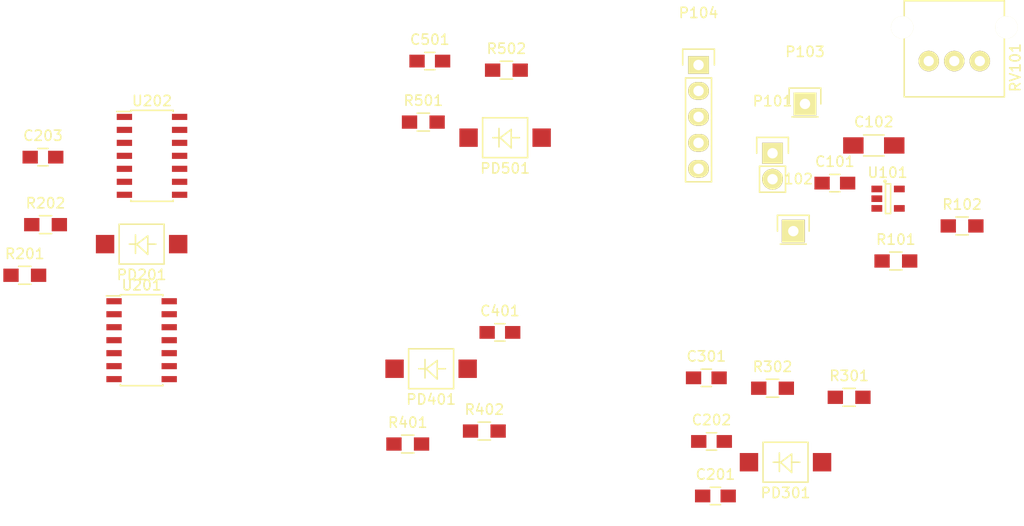
<source format=kicad_pcb>
(kicad_pcb (version 4) (host pcbnew 4.0.2-stable)

  (general
    (links 70)
    (no_connects 70)
    (area 0 0 0 0)
    (thickness 1.6)
    (drawings 0)
    (tracks 0)
    (zones 0)
    (modules 30)
    (nets 20)
  )

  (page A4)
  (layers
    (0 F.Cu signal)
    (31 B.Cu signal)
    (32 B.Adhes user)
    (33 F.Adhes user)
    (34 B.Paste user)
    (35 F.Paste user)
    (36 B.SilkS user)
    (37 F.SilkS user)
    (38 B.Mask user)
    (39 F.Mask user)
    (40 Dwgs.User user)
    (41 Cmts.User user)
    (42 Eco1.User user)
    (43 Eco2.User user)
    (44 Edge.Cuts user)
    (45 Margin user)
    (46 B.CrtYd user)
    (47 F.CrtYd user)
    (48 B.Fab user)
    (49 F.Fab user)
  )

  (setup
    (last_trace_width 0.25)
    (trace_clearance 0.2)
    (zone_clearance 0.508)
    (zone_45_only no)
    (trace_min 0.2)
    (segment_width 0.2)
    (edge_width 0.15)
    (via_size 0.6)
    (via_drill 0.4)
    (via_min_size 0.4)
    (via_min_drill 0.3)
    (uvia_size 0.3)
    (uvia_drill 0.1)
    (uvias_allowed no)
    (uvia_min_size 0.2)
    (uvia_min_drill 0.1)
    (pcb_text_width 0.3)
    (pcb_text_size 1.5 1.5)
    (mod_edge_width 0.15)
    (mod_text_size 1 1)
    (mod_text_width 0.15)
    (pad_size 1.524 1.524)
    (pad_drill 0.762)
    (pad_to_mask_clearance 0.2)
    (aux_axis_origin 0 0)
    (visible_elements FFFFF77F)
    (pcbplotparams
      (layerselection 0x00030_80000001)
      (usegerberextensions false)
      (excludeedgelayer true)
      (linewidth 0.100000)
      (plotframeref false)
      (viasonmask false)
      (mode 1)
      (useauxorigin false)
      (hpglpennumber 1)
      (hpglpenspeed 20)
      (hpglpendiameter 15)
      (hpglpenoverlay 2)
      (psnegative false)
      (psa4output false)
      (plotreference true)
      (plotvalue true)
      (plotinvisibletext false)
      (padsonsilk false)
      (subtractmaskfromsilk false)
      (outputformat 1)
      (mirror false)
      (drillshape 1)
      (scaleselection 1)
      (outputdirectory ""))
  )

  (net 0 "")
  (net 1 "Net-(C101-Pad1)")
  (net 2 GND)
  (net 3 +3V)
  (net 4 "Net-(C202-Pad1)")
  (net 5 "Net-(C202-Pad2)")
  (net 6 "Net-(C301-Pad1)")
  (net 7 "Net-(C301-Pad2)")
  (net 8 "Net-(C401-Pad1)")
  (net 9 "Net-(C401-Pad2)")
  (net 10 "Net-(C501-Pad1)")
  (net 11 "Net-(C501-Pad2)")
  (net 12 /Channel1Photodetect/PD1)
  (net 13 /Channel2Photodetect/PD2)
  (net 14 /Channel3Photodetect/PD3)
  (net 15 /Channel4Photodetect/PD4)
  (net 16 "Net-(R101-Pad1)")
  (net 17 "Net-(R102-Pad1)")
  (net 18 /Channel1Photodetect/REF_V)
  (net 19 "Net-(U101-Pad4)")

  (net_class Default "This is the default net class."
    (clearance 0.2)
    (trace_width 0.25)
    (via_dia 0.6)
    (via_drill 0.4)
    (uvia_dia 0.3)
    (uvia_drill 0.1)
    (add_net +3V)
    (add_net /Channel1Photodetect/PD1)
    (add_net /Channel1Photodetect/REF_V)
    (add_net /Channel2Photodetect/PD2)
    (add_net /Channel3Photodetect/PD3)
    (add_net /Channel4Photodetect/PD4)
    (add_net GND)
    (add_net "Net-(C101-Pad1)")
    (add_net "Net-(C202-Pad1)")
    (add_net "Net-(C202-Pad2)")
    (add_net "Net-(C301-Pad1)")
    (add_net "Net-(C301-Pad2)")
    (add_net "Net-(C401-Pad1)")
    (add_net "Net-(C401-Pad2)")
    (add_net "Net-(C501-Pad1)")
    (add_net "Net-(C501-Pad2)")
    (add_net "Net-(R101-Pad1)")
    (add_net "Net-(R102-Pad1)")
    (add_net "Net-(U101-Pad4)")
  )

  (module Capacitors_SMD:C_0805_HandSoldering (layer F.Cu) (tedit 541A9B8D) (tstamp 5824753C)
    (at 177.038 85.471)
    (descr "Capacitor SMD 0805, hand soldering")
    (tags "capacitor 0805")
    (path /58236A11)
    (attr smd)
    (fp_text reference C101 (at 0 -2.1) (layer F.SilkS)
      (effects (font (size 1 1) (thickness 0.15)))
    )
    (fp_text value 1u (at 0 2.1) (layer F.Fab)
      (effects (font (size 1 1) (thickness 0.15)))
    )
    (fp_line (start -2.3 -1) (end 2.3 -1) (layer F.CrtYd) (width 0.05))
    (fp_line (start -2.3 1) (end 2.3 1) (layer F.CrtYd) (width 0.05))
    (fp_line (start -2.3 -1) (end -2.3 1) (layer F.CrtYd) (width 0.05))
    (fp_line (start 2.3 -1) (end 2.3 1) (layer F.CrtYd) (width 0.05))
    (fp_line (start 0.5 -0.85) (end -0.5 -0.85) (layer F.SilkS) (width 0.15))
    (fp_line (start -0.5 0.85) (end 0.5 0.85) (layer F.SilkS) (width 0.15))
    (pad 1 smd rect (at -1.25 0) (size 1.5 1.25) (layers F.Cu F.Paste F.Mask)
      (net 1 "Net-(C101-Pad1)"))
    (pad 2 smd rect (at 1.25 0) (size 1.5 1.25) (layers F.Cu F.Paste F.Mask)
      (net 2 GND))
    (model Capacitors_SMD.3dshapes/C_0805_HandSoldering.wrl
      (at (xyz 0 0 0))
      (scale (xyz 1 1 1))
      (rotate (xyz 0 0 0))
    )
  )

  (module Capacitors_SMD:C_1206_HandSoldering (layer F.Cu) (tedit 541A9C03) (tstamp 58247542)
    (at 180.848 81.788)
    (descr "Capacitor SMD 1206, hand soldering")
    (tags "capacitor 1206")
    (path /58236A51)
    (attr smd)
    (fp_text reference C102 (at 0 -2.3) (layer F.SilkS)
      (effects (font (size 1 1) (thickness 0.15)))
    )
    (fp_text value 2.2u (at 0 2.3) (layer F.Fab)
      (effects (font (size 1 1) (thickness 0.15)))
    )
    (fp_line (start -3.3 -1.15) (end 3.3 -1.15) (layer F.CrtYd) (width 0.05))
    (fp_line (start -3.3 1.15) (end 3.3 1.15) (layer F.CrtYd) (width 0.05))
    (fp_line (start -3.3 -1.15) (end -3.3 1.15) (layer F.CrtYd) (width 0.05))
    (fp_line (start 3.3 -1.15) (end 3.3 1.15) (layer F.CrtYd) (width 0.05))
    (fp_line (start 1 -1.025) (end -1 -1.025) (layer F.SilkS) (width 0.15))
    (fp_line (start -1 1.025) (end 1 1.025) (layer F.SilkS) (width 0.15))
    (pad 1 smd rect (at -2 0) (size 2 1.6) (layers F.Cu F.Paste F.Mask)
      (net 3 +3V))
    (pad 2 smd rect (at 2 0) (size 2 1.6) (layers F.Cu F.Paste F.Mask)
      (net 2 GND))
    (model Capacitors_SMD.3dshapes/C_1206_HandSoldering.wrl
      (at (xyz 0 0 0))
      (scale (xyz 1 1 1))
      (rotate (xyz 0 0 0))
    )
  )

  (module Capacitors_SMD:C_0805_HandSoldering (layer F.Cu) (tedit 541A9B8D) (tstamp 58247548)
    (at 165.354 116.078)
    (descr "Capacitor SMD 0805, hand soldering")
    (tags "capacitor 0805")
    (path /58227286/58228BD1)
    (attr smd)
    (fp_text reference C201 (at 0 -2.1) (layer F.SilkS)
      (effects (font (size 1 1) (thickness 0.15)))
    )
    (fp_text value 0.1u (at 0 2.1) (layer F.Fab)
      (effects (font (size 1 1) (thickness 0.15)))
    )
    (fp_line (start -2.3 -1) (end 2.3 -1) (layer F.CrtYd) (width 0.05))
    (fp_line (start -2.3 1) (end 2.3 1) (layer F.CrtYd) (width 0.05))
    (fp_line (start -2.3 -1) (end -2.3 1) (layer F.CrtYd) (width 0.05))
    (fp_line (start 2.3 -1) (end 2.3 1) (layer F.CrtYd) (width 0.05))
    (fp_line (start 0.5 -0.85) (end -0.5 -0.85) (layer F.SilkS) (width 0.15))
    (fp_line (start -0.5 0.85) (end 0.5 0.85) (layer F.SilkS) (width 0.15))
    (pad 1 smd rect (at -1.25 0) (size 1.5 1.25) (layers F.Cu F.Paste F.Mask)
      (net 3 +3V))
    (pad 2 smd rect (at 1.25 0) (size 1.5 1.25) (layers F.Cu F.Paste F.Mask)
      (net 2 GND))
    (model Capacitors_SMD.3dshapes/C_0805_HandSoldering.wrl
      (at (xyz 0 0 0))
      (scale (xyz 1 1 1))
      (rotate (xyz 0 0 0))
    )
  )

  (module Capacitors_SMD:C_0805_HandSoldering (layer F.Cu) (tedit 541A9B8D) (tstamp 5824754E)
    (at 164.973 110.744)
    (descr "Capacitor SMD 0805, hand soldering")
    (tags "capacitor 0805")
    (path /58227286/58228B83)
    (attr smd)
    (fp_text reference C202 (at 0 -2.1) (layer F.SilkS)
      (effects (font (size 1 1) (thickness 0.15)))
    )
    (fp_text value 50p (at 0 2.1) (layer F.Fab)
      (effects (font (size 1 1) (thickness 0.15)))
    )
    (fp_line (start -2.3 -1) (end 2.3 -1) (layer F.CrtYd) (width 0.05))
    (fp_line (start -2.3 1) (end 2.3 1) (layer F.CrtYd) (width 0.05))
    (fp_line (start -2.3 -1) (end -2.3 1) (layer F.CrtYd) (width 0.05))
    (fp_line (start 2.3 -1) (end 2.3 1) (layer F.CrtYd) (width 0.05))
    (fp_line (start 0.5 -0.85) (end -0.5 -0.85) (layer F.SilkS) (width 0.15))
    (fp_line (start -0.5 0.85) (end 0.5 0.85) (layer F.SilkS) (width 0.15))
    (pad 1 smd rect (at -1.25 0) (size 1.5 1.25) (layers F.Cu F.Paste F.Mask)
      (net 4 "Net-(C202-Pad1)"))
    (pad 2 smd rect (at 1.25 0) (size 1.5 1.25) (layers F.Cu F.Paste F.Mask)
      (net 5 "Net-(C202-Pad2)"))
    (model Capacitors_SMD.3dshapes/C_0805_HandSoldering.wrl
      (at (xyz 0 0 0))
      (scale (xyz 1 1 1))
      (rotate (xyz 0 0 0))
    )
  )

  (module Capacitors_SMD:C_0805_HandSoldering (layer F.Cu) (tedit 541A9B8D) (tstamp 58247554)
    (at 99.568 82.931)
    (descr "Capacitor SMD 0805, hand soldering")
    (tags "capacitor 0805")
    (path /58227286/58228BFE)
    (attr smd)
    (fp_text reference C203 (at 0 -2.1) (layer F.SilkS)
      (effects (font (size 1 1) (thickness 0.15)))
    )
    (fp_text value 0.1u (at 0 2.1) (layer F.Fab)
      (effects (font (size 1 1) (thickness 0.15)))
    )
    (fp_line (start -2.3 -1) (end 2.3 -1) (layer F.CrtYd) (width 0.05))
    (fp_line (start -2.3 1) (end 2.3 1) (layer F.CrtYd) (width 0.05))
    (fp_line (start -2.3 -1) (end -2.3 1) (layer F.CrtYd) (width 0.05))
    (fp_line (start 2.3 -1) (end 2.3 1) (layer F.CrtYd) (width 0.05))
    (fp_line (start 0.5 -0.85) (end -0.5 -0.85) (layer F.SilkS) (width 0.15))
    (fp_line (start -0.5 0.85) (end 0.5 0.85) (layer F.SilkS) (width 0.15))
    (pad 1 smd rect (at -1.25 0) (size 1.5 1.25) (layers F.Cu F.Paste F.Mask)
      (net 3 +3V))
    (pad 2 smd rect (at 1.25 0) (size 1.5 1.25) (layers F.Cu F.Paste F.Mask)
      (net 2 GND))
    (model Capacitors_SMD.3dshapes/C_0805_HandSoldering.wrl
      (at (xyz 0 0 0))
      (scale (xyz 1 1 1))
      (rotate (xyz 0 0 0))
    )
  )

  (module Capacitors_SMD:C_0805_HandSoldering (layer F.Cu) (tedit 541A9B8D) (tstamp 5824755A)
    (at 164.465 104.521)
    (descr "Capacitor SMD 0805, hand soldering")
    (tags "capacitor 0805")
    (path /58227693/5822912A)
    (attr smd)
    (fp_text reference C301 (at 0 -2.1) (layer F.SilkS)
      (effects (font (size 1 1) (thickness 0.15)))
    )
    (fp_text value 50p (at 0 2.1) (layer F.Fab)
      (effects (font (size 1 1) (thickness 0.15)))
    )
    (fp_line (start -2.3 -1) (end 2.3 -1) (layer F.CrtYd) (width 0.05))
    (fp_line (start -2.3 1) (end 2.3 1) (layer F.CrtYd) (width 0.05))
    (fp_line (start -2.3 -1) (end -2.3 1) (layer F.CrtYd) (width 0.05))
    (fp_line (start 2.3 -1) (end 2.3 1) (layer F.CrtYd) (width 0.05))
    (fp_line (start 0.5 -0.85) (end -0.5 -0.85) (layer F.SilkS) (width 0.15))
    (fp_line (start -0.5 0.85) (end 0.5 0.85) (layer F.SilkS) (width 0.15))
    (pad 1 smd rect (at -1.25 0) (size 1.5 1.25) (layers F.Cu F.Paste F.Mask)
      (net 6 "Net-(C301-Pad1)"))
    (pad 2 smd rect (at 1.25 0) (size 1.5 1.25) (layers F.Cu F.Paste F.Mask)
      (net 7 "Net-(C301-Pad2)"))
    (model Capacitors_SMD.3dshapes/C_0805_HandSoldering.wrl
      (at (xyz 0 0 0))
      (scale (xyz 1 1 1))
      (rotate (xyz 0 0 0))
    )
  )

  (module Capacitors_SMD:C_0805_HandSoldering (layer F.Cu) (tedit 541A9B8D) (tstamp 58247560)
    (at 144.272 100.076)
    (descr "Capacitor SMD 0805, hand soldering")
    (tags "capacitor 0805")
    (path /582276D4/5822946B)
    (attr smd)
    (fp_text reference C401 (at 0 -2.1) (layer F.SilkS)
      (effects (font (size 1 1) (thickness 0.15)))
    )
    (fp_text value 50p (at 0 2.1) (layer F.Fab)
      (effects (font (size 1 1) (thickness 0.15)))
    )
    (fp_line (start -2.3 -1) (end 2.3 -1) (layer F.CrtYd) (width 0.05))
    (fp_line (start -2.3 1) (end 2.3 1) (layer F.CrtYd) (width 0.05))
    (fp_line (start -2.3 -1) (end -2.3 1) (layer F.CrtYd) (width 0.05))
    (fp_line (start 2.3 -1) (end 2.3 1) (layer F.CrtYd) (width 0.05))
    (fp_line (start 0.5 -0.85) (end -0.5 -0.85) (layer F.SilkS) (width 0.15))
    (fp_line (start -0.5 0.85) (end 0.5 0.85) (layer F.SilkS) (width 0.15))
    (pad 1 smd rect (at -1.25 0) (size 1.5 1.25) (layers F.Cu F.Paste F.Mask)
      (net 8 "Net-(C401-Pad1)"))
    (pad 2 smd rect (at 1.25 0) (size 1.5 1.25) (layers F.Cu F.Paste F.Mask)
      (net 9 "Net-(C401-Pad2)"))
    (model Capacitors_SMD.3dshapes/C_0805_HandSoldering.wrl
      (at (xyz 0 0 0))
      (scale (xyz 1 1 1))
      (rotate (xyz 0 0 0))
    )
  )

  (module Capacitors_SMD:C_0805_HandSoldering (layer F.Cu) (tedit 541A9B8D) (tstamp 58247566)
    (at 137.414 73.533)
    (descr "Capacitor SMD 0805, hand soldering")
    (tags "capacitor 0805")
    (path /582276E3/58229698)
    (attr smd)
    (fp_text reference C501 (at 0 -2.1) (layer F.SilkS)
      (effects (font (size 1 1) (thickness 0.15)))
    )
    (fp_text value 50p (at 0 2.1) (layer F.Fab)
      (effects (font (size 1 1) (thickness 0.15)))
    )
    (fp_line (start -2.3 -1) (end 2.3 -1) (layer F.CrtYd) (width 0.05))
    (fp_line (start -2.3 1) (end 2.3 1) (layer F.CrtYd) (width 0.05))
    (fp_line (start -2.3 -1) (end -2.3 1) (layer F.CrtYd) (width 0.05))
    (fp_line (start 2.3 -1) (end 2.3 1) (layer F.CrtYd) (width 0.05))
    (fp_line (start 0.5 -0.85) (end -0.5 -0.85) (layer F.SilkS) (width 0.15))
    (fp_line (start -0.5 0.85) (end 0.5 0.85) (layer F.SilkS) (width 0.15))
    (pad 1 smd rect (at -1.25 0) (size 1.5 1.25) (layers F.Cu F.Paste F.Mask)
      (net 10 "Net-(C501-Pad1)"))
    (pad 2 smd rect (at 1.25 0) (size 1.5 1.25) (layers F.Cu F.Paste F.Mask)
      (net 11 "Net-(C501-Pad2)"))
    (model Capacitors_SMD.3dshapes/C_0805_HandSoldering.wrl
      (at (xyz 0 0 0))
      (scale (xyz 1 1 1))
      (rotate (xyz 0 0 0))
    )
  )

  (module Pin_Headers:Pin_Header_Straight_1x02 (layer F.Cu) (tedit 54EA090C) (tstamp 5824756C)
    (at 170.942 82.55)
    (descr "Through hole pin header")
    (tags "pin header")
    (path /582370EA)
    (fp_text reference P101 (at 0 -5.1) (layer F.SilkS)
      (effects (font (size 1 1) (thickness 0.15)))
    )
    (fp_text value CONN_01X02 (at 0 -3.1) (layer F.Fab)
      (effects (font (size 1 1) (thickness 0.15)))
    )
    (fp_line (start 1.27 1.27) (end 1.27 3.81) (layer F.SilkS) (width 0.15))
    (fp_line (start 1.55 -1.55) (end 1.55 0) (layer F.SilkS) (width 0.15))
    (fp_line (start -1.75 -1.75) (end -1.75 4.3) (layer F.CrtYd) (width 0.05))
    (fp_line (start 1.75 -1.75) (end 1.75 4.3) (layer F.CrtYd) (width 0.05))
    (fp_line (start -1.75 -1.75) (end 1.75 -1.75) (layer F.CrtYd) (width 0.05))
    (fp_line (start -1.75 4.3) (end 1.75 4.3) (layer F.CrtYd) (width 0.05))
    (fp_line (start 1.27 1.27) (end -1.27 1.27) (layer F.SilkS) (width 0.15))
    (fp_line (start -1.55 0) (end -1.55 -1.55) (layer F.SilkS) (width 0.15))
    (fp_line (start -1.55 -1.55) (end 1.55 -1.55) (layer F.SilkS) (width 0.15))
    (fp_line (start -1.27 1.27) (end -1.27 3.81) (layer F.SilkS) (width 0.15))
    (fp_line (start -1.27 3.81) (end 1.27 3.81) (layer F.SilkS) (width 0.15))
    (pad 1 thru_hole rect (at 0 0) (size 2.032 2.032) (drill 1.016) (layers *.Cu *.Mask F.SilkS)
      (net 2 GND))
    (pad 2 thru_hole oval (at 0 2.54) (size 2.032 2.032) (drill 1.016) (layers *.Cu *.Mask F.SilkS)
      (net 1 "Net-(C101-Pad1)"))
    (model Pin_Headers.3dshapes/Pin_Header_Straight_1x02.wrl
      (at (xyz 0 -0.05 0))
      (scale (xyz 1 1 1))
      (rotate (xyz 0 0 90))
    )
  )

  (module Pin_Headers:Pin_Header_Straight_1x01 (layer F.Cu) (tedit 54EA08DC) (tstamp 58247571)
    (at 172.974 90.17)
    (descr "Through hole pin header")
    (tags "pin header")
    (path /58237082)
    (fp_text reference P102 (at 0 -5.1) (layer F.SilkS)
      (effects (font (size 1 1) (thickness 0.15)))
    )
    (fp_text value CONN_01X01 (at 0 -3.1) (layer F.Fab)
      (effects (font (size 1 1) (thickness 0.15)))
    )
    (fp_line (start 1.55 -1.55) (end 1.55 0) (layer F.SilkS) (width 0.15))
    (fp_line (start -1.75 -1.75) (end -1.75 1.75) (layer F.CrtYd) (width 0.05))
    (fp_line (start 1.75 -1.75) (end 1.75 1.75) (layer F.CrtYd) (width 0.05))
    (fp_line (start -1.75 -1.75) (end 1.75 -1.75) (layer F.CrtYd) (width 0.05))
    (fp_line (start -1.75 1.75) (end 1.75 1.75) (layer F.CrtYd) (width 0.05))
    (fp_line (start -1.55 0) (end -1.55 -1.55) (layer F.SilkS) (width 0.15))
    (fp_line (start -1.55 -1.55) (end 1.55 -1.55) (layer F.SilkS) (width 0.15))
    (fp_line (start -1.27 1.27) (end 1.27 1.27) (layer F.SilkS) (width 0.15))
    (pad 1 thru_hole rect (at 0 0) (size 2.2352 2.2352) (drill 1.016) (layers *.Cu *.Mask F.SilkS)
      (net 3 +3V))
    (model Pin_Headers.3dshapes/Pin_Header_Straight_1x01.wrl
      (at (xyz 0 0 0))
      (scale (xyz 1 1 1))
      (rotate (xyz 0 0 90))
    )
  )

  (module Pin_Headers:Pin_Header_Straight_1x01 (layer F.Cu) (tedit 54EA08DC) (tstamp 58247576)
    (at 174.117 77.724)
    (descr "Through hole pin header")
    (tags "pin header")
    (path /58237025)
    (fp_text reference P103 (at 0 -5.1) (layer F.SilkS)
      (effects (font (size 1 1) (thickness 0.15)))
    )
    (fp_text value CONN_01X01 (at 0 -3.1) (layer F.Fab)
      (effects (font (size 1 1) (thickness 0.15)))
    )
    (fp_line (start 1.55 -1.55) (end 1.55 0) (layer F.SilkS) (width 0.15))
    (fp_line (start -1.75 -1.75) (end -1.75 1.75) (layer F.CrtYd) (width 0.05))
    (fp_line (start 1.75 -1.75) (end 1.75 1.75) (layer F.CrtYd) (width 0.05))
    (fp_line (start -1.75 -1.75) (end 1.75 -1.75) (layer F.CrtYd) (width 0.05))
    (fp_line (start -1.75 1.75) (end 1.75 1.75) (layer F.CrtYd) (width 0.05))
    (fp_line (start -1.55 0) (end -1.55 -1.55) (layer F.SilkS) (width 0.15))
    (fp_line (start -1.55 -1.55) (end 1.55 -1.55) (layer F.SilkS) (width 0.15))
    (fp_line (start -1.27 1.27) (end 1.27 1.27) (layer F.SilkS) (width 0.15))
    (pad 1 thru_hole rect (at 0 0) (size 2.2352 2.2352) (drill 1.016) (layers *.Cu *.Mask F.SilkS)
      (net 2 GND))
    (model Pin_Headers.3dshapes/Pin_Header_Straight_1x01.wrl
      (at (xyz 0 0 0))
      (scale (xyz 1 1 1))
      (rotate (xyz 0 0 90))
    )
  )

  (module Pin_Headers:Pin_Header_Straight_1x05 (layer F.Cu) (tedit 54EA0684) (tstamp 5824757F)
    (at 163.703 73.914)
    (descr "Through hole pin header")
    (tags "pin header")
    (path /5823B1B0)
    (fp_text reference P104 (at 0 -5.1) (layer F.SilkS)
      (effects (font (size 1 1) (thickness 0.15)))
    )
    (fp_text value CONN_01X05 (at 0 -3.1) (layer F.Fab)
      (effects (font (size 1 1) (thickness 0.15)))
    )
    (fp_line (start -1.55 0) (end -1.55 -1.55) (layer F.SilkS) (width 0.15))
    (fp_line (start -1.55 -1.55) (end 1.55 -1.55) (layer F.SilkS) (width 0.15))
    (fp_line (start 1.55 -1.55) (end 1.55 0) (layer F.SilkS) (width 0.15))
    (fp_line (start -1.75 -1.75) (end -1.75 11.95) (layer F.CrtYd) (width 0.05))
    (fp_line (start 1.75 -1.75) (end 1.75 11.95) (layer F.CrtYd) (width 0.05))
    (fp_line (start -1.75 -1.75) (end 1.75 -1.75) (layer F.CrtYd) (width 0.05))
    (fp_line (start -1.75 11.95) (end 1.75 11.95) (layer F.CrtYd) (width 0.05))
    (fp_line (start 1.27 1.27) (end 1.27 11.43) (layer F.SilkS) (width 0.15))
    (fp_line (start 1.27 11.43) (end -1.27 11.43) (layer F.SilkS) (width 0.15))
    (fp_line (start -1.27 11.43) (end -1.27 1.27) (layer F.SilkS) (width 0.15))
    (fp_line (start 1.27 1.27) (end -1.27 1.27) (layer F.SilkS) (width 0.15))
    (pad 1 thru_hole rect (at 0 0) (size 2.032 1.7272) (drill 1.016) (layers *.Cu *.Mask F.SilkS)
      (net 12 /Channel1Photodetect/PD1))
    (pad 2 thru_hole oval (at 0 2.54) (size 2.032 1.7272) (drill 1.016) (layers *.Cu *.Mask F.SilkS)
      (net 13 /Channel2Photodetect/PD2))
    (pad 3 thru_hole oval (at 0 5.08) (size 2.032 1.7272) (drill 1.016) (layers *.Cu *.Mask F.SilkS)
      (net 14 /Channel3Photodetect/PD3))
    (pad 4 thru_hole oval (at 0 7.62) (size 2.032 1.7272) (drill 1.016) (layers *.Cu *.Mask F.SilkS)
      (net 15 /Channel4Photodetect/PD4))
    (pad 5 thru_hole oval (at 0 10.16) (size 2.032 1.7272) (drill 1.016) (layers *.Cu *.Mask F.SilkS)
      (net 2 GND))
    (model Pin_Headers.3dshapes/Pin_Header_Straight_1x05.wrl
      (at (xyz 0 -0.2 0))
      (scale (xyz 1 1 1))
      (rotate (xyz 0 0 90))
    )
  )

  (module DasBlinkinput:VBPW34S (layer F.Cu) (tedit 5823CB01) (tstamp 58247585)
    (at 109.22 91.44)
    (path /58227286/58228BE4)
    (fp_text reference PD201 (at 0 3) (layer F.SilkS)
      (effects (font (size 1 1) (thickness 0.15)))
    )
    (fp_text value VBPW34S (at 0 -2.8) (layer F.Fab)
      (effects (font (size 1 1) (thickness 0.15)))
    )
    (fp_line (start 0.6 0) (end 1.4 0) (layer F.SilkS) (width 0.15))
    (fp_line (start -0.6 0) (end -1.2 0) (layer F.SilkS) (width 0.15))
    (fp_line (start 2.2 -1.95) (end 2.2 1.95) (layer F.SilkS) (width 0.15))
    (fp_line (start -2.2 -1.95) (end -2.2 1.95) (layer F.SilkS) (width 0.15))
    (fp_line (start -2.2 1.95) (end 2.2 1.95) (layer F.SilkS) (width 0.15))
    (fp_line (start -2.2 -1.95) (end 2.2 -1.95) (layer F.SilkS) (width 0.15))
    (fp_line (start -0.6 0.1) (end 0.6 -0.8) (layer F.SilkS) (width 0.15))
    (fp_line (start 0.6 -0.8) (end 0.6 1) (layer F.SilkS) (width 0.15))
    (fp_line (start 0.6 1) (end -0.5 0) (layer F.SilkS) (width 0.15))
    (fp_line (start -0.6 -0.9) (end -0.6 0.9) (layer F.SilkS) (width 0.15))
    (pad 1 smd rect (at -3.575 0) (size 1.8 1.8) (layers F.Cu F.Paste F.Mask)
      (net 5 "Net-(C202-Pad2)"))
    (pad 2 smd rect (at 3.575 0) (size 1.8 1.8) (layers F.Cu F.Paste F.Mask)
      (net 2 GND))
  )

  (module DasBlinkinput:VBPW34S (layer F.Cu) (tedit 5823CB01) (tstamp 5824758B)
    (at 172.212 112.776)
    (path /58227693/5822918B)
    (fp_text reference PD301 (at 0 3) (layer F.SilkS)
      (effects (font (size 1 1) (thickness 0.15)))
    )
    (fp_text value VBPW34S (at 0 -2.8) (layer F.Fab)
      (effects (font (size 1 1) (thickness 0.15)))
    )
    (fp_line (start 0.6 0) (end 1.4 0) (layer F.SilkS) (width 0.15))
    (fp_line (start -0.6 0) (end -1.2 0) (layer F.SilkS) (width 0.15))
    (fp_line (start 2.2 -1.95) (end 2.2 1.95) (layer F.SilkS) (width 0.15))
    (fp_line (start -2.2 -1.95) (end -2.2 1.95) (layer F.SilkS) (width 0.15))
    (fp_line (start -2.2 1.95) (end 2.2 1.95) (layer F.SilkS) (width 0.15))
    (fp_line (start -2.2 -1.95) (end 2.2 -1.95) (layer F.SilkS) (width 0.15))
    (fp_line (start -0.6 0.1) (end 0.6 -0.8) (layer F.SilkS) (width 0.15))
    (fp_line (start 0.6 -0.8) (end 0.6 1) (layer F.SilkS) (width 0.15))
    (fp_line (start 0.6 1) (end -0.5 0) (layer F.SilkS) (width 0.15))
    (fp_line (start -0.6 -0.9) (end -0.6 0.9) (layer F.SilkS) (width 0.15))
    (pad 1 smd rect (at -3.575 0) (size 1.8 1.8) (layers F.Cu F.Paste F.Mask)
      (net 7 "Net-(C301-Pad2)"))
    (pad 2 smd rect (at 3.575 0) (size 1.8 1.8) (layers F.Cu F.Paste F.Mask)
      (net 2 GND))
  )

  (module DasBlinkinput:VBPW34S (layer F.Cu) (tedit 5823CB01) (tstamp 58247591)
    (at 137.541 103.632)
    (path /582276D4/582294CC)
    (fp_text reference PD401 (at 0 3) (layer F.SilkS)
      (effects (font (size 1 1) (thickness 0.15)))
    )
    (fp_text value VBPW34S (at 0 -2.8) (layer F.Fab)
      (effects (font (size 1 1) (thickness 0.15)))
    )
    (fp_line (start 0.6 0) (end 1.4 0) (layer F.SilkS) (width 0.15))
    (fp_line (start -0.6 0) (end -1.2 0) (layer F.SilkS) (width 0.15))
    (fp_line (start 2.2 -1.95) (end 2.2 1.95) (layer F.SilkS) (width 0.15))
    (fp_line (start -2.2 -1.95) (end -2.2 1.95) (layer F.SilkS) (width 0.15))
    (fp_line (start -2.2 1.95) (end 2.2 1.95) (layer F.SilkS) (width 0.15))
    (fp_line (start -2.2 -1.95) (end 2.2 -1.95) (layer F.SilkS) (width 0.15))
    (fp_line (start -0.6 0.1) (end 0.6 -0.8) (layer F.SilkS) (width 0.15))
    (fp_line (start 0.6 -0.8) (end 0.6 1) (layer F.SilkS) (width 0.15))
    (fp_line (start 0.6 1) (end -0.5 0) (layer F.SilkS) (width 0.15))
    (fp_line (start -0.6 -0.9) (end -0.6 0.9) (layer F.SilkS) (width 0.15))
    (pad 1 smd rect (at -3.575 0) (size 1.8 1.8) (layers F.Cu F.Paste F.Mask)
      (net 9 "Net-(C401-Pad2)"))
    (pad 2 smd rect (at 3.575 0) (size 1.8 1.8) (layers F.Cu F.Paste F.Mask)
      (net 2 GND))
  )

  (module DasBlinkinput:VBPW34S (layer F.Cu) (tedit 5823CB01) (tstamp 58247597)
    (at 144.78 81.026)
    (path /582276E3/582296F9)
    (fp_text reference PD501 (at 0 3) (layer F.SilkS)
      (effects (font (size 1 1) (thickness 0.15)))
    )
    (fp_text value VBPW34S (at 0 -2.8) (layer F.Fab)
      (effects (font (size 1 1) (thickness 0.15)))
    )
    (fp_line (start 0.6 0) (end 1.4 0) (layer F.SilkS) (width 0.15))
    (fp_line (start -0.6 0) (end -1.2 0) (layer F.SilkS) (width 0.15))
    (fp_line (start 2.2 -1.95) (end 2.2 1.95) (layer F.SilkS) (width 0.15))
    (fp_line (start -2.2 -1.95) (end -2.2 1.95) (layer F.SilkS) (width 0.15))
    (fp_line (start -2.2 1.95) (end 2.2 1.95) (layer F.SilkS) (width 0.15))
    (fp_line (start -2.2 -1.95) (end 2.2 -1.95) (layer F.SilkS) (width 0.15))
    (fp_line (start -0.6 0.1) (end 0.6 -0.8) (layer F.SilkS) (width 0.15))
    (fp_line (start 0.6 -0.8) (end 0.6 1) (layer F.SilkS) (width 0.15))
    (fp_line (start 0.6 1) (end -0.5 0) (layer F.SilkS) (width 0.15))
    (fp_line (start -0.6 -0.9) (end -0.6 0.9) (layer F.SilkS) (width 0.15))
    (pad 1 smd rect (at -3.575 0) (size 1.8 1.8) (layers F.Cu F.Paste F.Mask)
      (net 11 "Net-(C501-Pad2)"))
    (pad 2 smd rect (at 3.575 0) (size 1.8 1.8) (layers F.Cu F.Paste F.Mask)
      (net 2 GND))
  )

  (module Resistors_SMD:R_0805_HandSoldering (layer F.Cu) (tedit 54189DEE) (tstamp 5824759D)
    (at 183.007 93.091)
    (descr "Resistor SMD 0805, hand soldering")
    (tags "resistor 0805")
    (path /582369B4)
    (attr smd)
    (fp_text reference R101 (at 0 -2.1) (layer F.SilkS)
      (effects (font (size 1 1) (thickness 0.15)))
    )
    (fp_text value 0R (at 0 2.1) (layer F.Fab)
      (effects (font (size 1 1) (thickness 0.15)))
    )
    (fp_line (start -2.4 -1) (end 2.4 -1) (layer F.CrtYd) (width 0.05))
    (fp_line (start -2.4 1) (end 2.4 1) (layer F.CrtYd) (width 0.05))
    (fp_line (start -2.4 -1) (end -2.4 1) (layer F.CrtYd) (width 0.05))
    (fp_line (start 2.4 -1) (end 2.4 1) (layer F.CrtYd) (width 0.05))
    (fp_line (start 0.6 0.875) (end -0.6 0.875) (layer F.SilkS) (width 0.15))
    (fp_line (start -0.6 -0.875) (end 0.6 -0.875) (layer F.SilkS) (width 0.15))
    (pad 1 smd rect (at -1.35 0) (size 1.5 1.3) (layers F.Cu F.Paste F.Mask)
      (net 16 "Net-(R101-Pad1)"))
    (pad 2 smd rect (at 1.35 0) (size 1.5 1.3) (layers F.Cu F.Paste F.Mask)
      (net 2 GND))
    (model Resistors_SMD.3dshapes/R_0805_HandSoldering.wrl
      (at (xyz 0 0 0))
      (scale (xyz 1 1 1))
      (rotate (xyz 0 0 0))
    )
  )

  (module Resistors_SMD:R_0805_HandSoldering (layer F.Cu) (tedit 54189DEE) (tstamp 582475A3)
    (at 189.484 89.662)
    (descr "Resistor SMD 0805, hand soldering")
    (tags "resistor 0805")
    (path /582376EF)
    (attr smd)
    (fp_text reference R102 (at 0 -2.1) (layer F.SilkS)
      (effects (font (size 1 1) (thickness 0.15)))
    )
    (fp_text value 5K (at 0 2.1) (layer F.Fab)
      (effects (font (size 1 1) (thickness 0.15)))
    )
    (fp_line (start -2.4 -1) (end 2.4 -1) (layer F.CrtYd) (width 0.05))
    (fp_line (start -2.4 1) (end 2.4 1) (layer F.CrtYd) (width 0.05))
    (fp_line (start -2.4 -1) (end -2.4 1) (layer F.CrtYd) (width 0.05))
    (fp_line (start 2.4 -1) (end 2.4 1) (layer F.CrtYd) (width 0.05))
    (fp_line (start 0.6 0.875) (end -0.6 0.875) (layer F.SilkS) (width 0.15))
    (fp_line (start -0.6 -0.875) (end 0.6 -0.875) (layer F.SilkS) (width 0.15))
    (pad 1 smd rect (at -1.35 0) (size 1.5 1.3) (layers F.Cu F.Paste F.Mask)
      (net 17 "Net-(R102-Pad1)"))
    (pad 2 smd rect (at 1.35 0) (size 1.5 1.3) (layers F.Cu F.Paste F.Mask)
      (net 3 +3V))
    (model Resistors_SMD.3dshapes/R_0805_HandSoldering.wrl
      (at (xyz 0 0 0))
      (scale (xyz 1 1 1))
      (rotate (xyz 0 0 0))
    )
  )

  (module Resistors_SMD:R_0805_HandSoldering (layer F.Cu) (tedit 54189DEE) (tstamp 582475A9)
    (at 97.79 94.488)
    (descr "Resistor SMD 0805, hand soldering")
    (tags "resistor 0805")
    (path /58227286/58228B7C)
    (attr smd)
    (fp_text reference R201 (at 0 -2.1) (layer F.SilkS)
      (effects (font (size 1 1) (thickness 0.15)))
    )
    (fp_text value 2M (at 0 2.1) (layer F.Fab)
      (effects (font (size 1 1) (thickness 0.15)))
    )
    (fp_line (start -2.4 -1) (end 2.4 -1) (layer F.CrtYd) (width 0.05))
    (fp_line (start -2.4 1) (end 2.4 1) (layer F.CrtYd) (width 0.05))
    (fp_line (start -2.4 -1) (end -2.4 1) (layer F.CrtYd) (width 0.05))
    (fp_line (start 2.4 -1) (end 2.4 1) (layer F.CrtYd) (width 0.05))
    (fp_line (start 0.6 0.875) (end -0.6 0.875) (layer F.SilkS) (width 0.15))
    (fp_line (start -0.6 -0.875) (end 0.6 -0.875) (layer F.SilkS) (width 0.15))
    (pad 1 smd rect (at -1.35 0) (size 1.5 1.3) (layers F.Cu F.Paste F.Mask)
      (net 4 "Net-(C202-Pad1)"))
    (pad 2 smd rect (at 1.35 0) (size 1.5 1.3) (layers F.Cu F.Paste F.Mask)
      (net 5 "Net-(C202-Pad2)"))
    (model Resistors_SMD.3dshapes/R_0805_HandSoldering.wrl
      (at (xyz 0 0 0))
      (scale (xyz 1 1 1))
      (rotate (xyz 0 0 0))
    )
  )

  (module Resistors_SMD:R_0805_HandSoldering (layer F.Cu) (tedit 54189DEE) (tstamp 582475AF)
    (at 99.822 89.535)
    (descr "Resistor SMD 0805, hand soldering")
    (tags "resistor 0805")
    (path /58227286/58228BA3)
    (attr smd)
    (fp_text reference R202 (at 0 -2.1) (layer F.SilkS)
      (effects (font (size 1 1) (thickness 0.15)))
    )
    (fp_text value 10K (at 0 2.1) (layer F.Fab)
      (effects (font (size 1 1) (thickness 0.15)))
    )
    (fp_line (start -2.4 -1) (end 2.4 -1) (layer F.CrtYd) (width 0.05))
    (fp_line (start -2.4 1) (end 2.4 1) (layer F.CrtYd) (width 0.05))
    (fp_line (start -2.4 -1) (end -2.4 1) (layer F.CrtYd) (width 0.05))
    (fp_line (start 2.4 -1) (end 2.4 1) (layer F.CrtYd) (width 0.05))
    (fp_line (start 0.6 0.875) (end -0.6 0.875) (layer F.SilkS) (width 0.15))
    (fp_line (start -0.6 -0.875) (end 0.6 -0.875) (layer F.SilkS) (width 0.15))
    (pad 1 smd rect (at -1.35 0) (size 1.5 1.3) (layers F.Cu F.Paste F.Mask)
      (net 2 GND))
    (pad 2 smd rect (at 1.35 0) (size 1.5 1.3) (layers F.Cu F.Paste F.Mask)
      (net 4 "Net-(C202-Pad1)"))
    (model Resistors_SMD.3dshapes/R_0805_HandSoldering.wrl
      (at (xyz 0 0 0))
      (scale (xyz 1 1 1))
      (rotate (xyz 0 0 0))
    )
  )

  (module Resistors_SMD:R_0805_HandSoldering (layer F.Cu) (tedit 54189DEE) (tstamp 582475B5)
    (at 178.435 106.426)
    (descr "Resistor SMD 0805, hand soldering")
    (tags "resistor 0805")
    (path /58227693/5823C7D1)
    (attr smd)
    (fp_text reference R301 (at 0 -2.1) (layer F.SilkS)
      (effects (font (size 1 1) (thickness 0.15)))
    )
    (fp_text value 2M (at 0 2.1) (layer F.Fab)
      (effects (font (size 1 1) (thickness 0.15)))
    )
    (fp_line (start -2.4 -1) (end 2.4 -1) (layer F.CrtYd) (width 0.05))
    (fp_line (start -2.4 1) (end 2.4 1) (layer F.CrtYd) (width 0.05))
    (fp_line (start -2.4 -1) (end -2.4 1) (layer F.CrtYd) (width 0.05))
    (fp_line (start 2.4 -1) (end 2.4 1) (layer F.CrtYd) (width 0.05))
    (fp_line (start 0.6 0.875) (end -0.6 0.875) (layer F.SilkS) (width 0.15))
    (fp_line (start -0.6 -0.875) (end 0.6 -0.875) (layer F.SilkS) (width 0.15))
    (pad 1 smd rect (at -1.35 0) (size 1.5 1.3) (layers F.Cu F.Paste F.Mask)
      (net 6 "Net-(C301-Pad1)"))
    (pad 2 smd rect (at 1.35 0) (size 1.5 1.3) (layers F.Cu F.Paste F.Mask)
      (net 7 "Net-(C301-Pad2)"))
    (model Resistors_SMD.3dshapes/R_0805_HandSoldering.wrl
      (at (xyz 0 0 0))
      (scale (xyz 1 1 1))
      (rotate (xyz 0 0 0))
    )
  )

  (module Resistors_SMD:R_0805_HandSoldering (layer F.Cu) (tedit 54189DEE) (tstamp 582475BB)
    (at 170.942 105.537)
    (descr "Resistor SMD 0805, hand soldering")
    (tags "resistor 0805")
    (path /58227693/5822914A)
    (attr smd)
    (fp_text reference R302 (at 0 -2.1) (layer F.SilkS)
      (effects (font (size 1 1) (thickness 0.15)))
    )
    (fp_text value 10K (at 0 2.1) (layer F.Fab)
      (effects (font (size 1 1) (thickness 0.15)))
    )
    (fp_line (start -2.4 -1) (end 2.4 -1) (layer F.CrtYd) (width 0.05))
    (fp_line (start -2.4 1) (end 2.4 1) (layer F.CrtYd) (width 0.05))
    (fp_line (start -2.4 -1) (end -2.4 1) (layer F.CrtYd) (width 0.05))
    (fp_line (start 2.4 -1) (end 2.4 1) (layer F.CrtYd) (width 0.05))
    (fp_line (start 0.6 0.875) (end -0.6 0.875) (layer F.SilkS) (width 0.15))
    (fp_line (start -0.6 -0.875) (end 0.6 -0.875) (layer F.SilkS) (width 0.15))
    (pad 1 smd rect (at -1.35 0) (size 1.5 1.3) (layers F.Cu F.Paste F.Mask)
      (net 2 GND))
    (pad 2 smd rect (at 1.35 0) (size 1.5 1.3) (layers F.Cu F.Paste F.Mask)
      (net 6 "Net-(C301-Pad1)"))
    (model Resistors_SMD.3dshapes/R_0805_HandSoldering.wrl
      (at (xyz 0 0 0))
      (scale (xyz 1 1 1))
      (rotate (xyz 0 0 0))
    )
  )

  (module Resistors_SMD:R_0805_HandSoldering (layer F.Cu) (tedit 54189DEE) (tstamp 582475C1)
    (at 135.255 110.998)
    (descr "Resistor SMD 0805, hand soldering")
    (tags "resistor 0805")
    (path /582276D4/5823C8F8)
    (attr smd)
    (fp_text reference R401 (at 0 -2.1) (layer F.SilkS)
      (effects (font (size 1 1) (thickness 0.15)))
    )
    (fp_text value 2M (at 0 2.1) (layer F.Fab)
      (effects (font (size 1 1) (thickness 0.15)))
    )
    (fp_line (start -2.4 -1) (end 2.4 -1) (layer F.CrtYd) (width 0.05))
    (fp_line (start -2.4 1) (end 2.4 1) (layer F.CrtYd) (width 0.05))
    (fp_line (start -2.4 -1) (end -2.4 1) (layer F.CrtYd) (width 0.05))
    (fp_line (start 2.4 -1) (end 2.4 1) (layer F.CrtYd) (width 0.05))
    (fp_line (start 0.6 0.875) (end -0.6 0.875) (layer F.SilkS) (width 0.15))
    (fp_line (start -0.6 -0.875) (end 0.6 -0.875) (layer F.SilkS) (width 0.15))
    (pad 1 smd rect (at -1.35 0) (size 1.5 1.3) (layers F.Cu F.Paste F.Mask)
      (net 8 "Net-(C401-Pad1)"))
    (pad 2 smd rect (at 1.35 0) (size 1.5 1.3) (layers F.Cu F.Paste F.Mask)
      (net 9 "Net-(C401-Pad2)"))
    (model Resistors_SMD.3dshapes/R_0805_HandSoldering.wrl
      (at (xyz 0 0 0))
      (scale (xyz 1 1 1))
      (rotate (xyz 0 0 0))
    )
  )

  (module Resistors_SMD:R_0805_HandSoldering (layer F.Cu) (tedit 54189DEE) (tstamp 582475C7)
    (at 142.748 109.728)
    (descr "Resistor SMD 0805, hand soldering")
    (tags "resistor 0805")
    (path /582276D4/5822948B)
    (attr smd)
    (fp_text reference R402 (at 0 -2.1) (layer F.SilkS)
      (effects (font (size 1 1) (thickness 0.15)))
    )
    (fp_text value 10K (at 0 2.1) (layer F.Fab)
      (effects (font (size 1 1) (thickness 0.15)))
    )
    (fp_line (start -2.4 -1) (end 2.4 -1) (layer F.CrtYd) (width 0.05))
    (fp_line (start -2.4 1) (end 2.4 1) (layer F.CrtYd) (width 0.05))
    (fp_line (start -2.4 -1) (end -2.4 1) (layer F.CrtYd) (width 0.05))
    (fp_line (start 2.4 -1) (end 2.4 1) (layer F.CrtYd) (width 0.05))
    (fp_line (start 0.6 0.875) (end -0.6 0.875) (layer F.SilkS) (width 0.15))
    (fp_line (start -0.6 -0.875) (end 0.6 -0.875) (layer F.SilkS) (width 0.15))
    (pad 1 smd rect (at -1.35 0) (size 1.5 1.3) (layers F.Cu F.Paste F.Mask)
      (net 2 GND))
    (pad 2 smd rect (at 1.35 0) (size 1.5 1.3) (layers F.Cu F.Paste F.Mask)
      (net 8 "Net-(C401-Pad1)"))
    (model Resistors_SMD.3dshapes/R_0805_HandSoldering.wrl
      (at (xyz 0 0 0))
      (scale (xyz 1 1 1))
      (rotate (xyz 0 0 0))
    )
  )

  (module Resistors_SMD:R_0805_HandSoldering (layer F.Cu) (tedit 54189DEE) (tstamp 582475CD)
    (at 136.779 79.502)
    (descr "Resistor SMD 0805, hand soldering")
    (tags "resistor 0805")
    (path /582276E3/5823CA83)
    (attr smd)
    (fp_text reference R501 (at 0 -2.1) (layer F.SilkS)
      (effects (font (size 1 1) (thickness 0.15)))
    )
    (fp_text value 2M (at 0 2.1) (layer F.Fab)
      (effects (font (size 1 1) (thickness 0.15)))
    )
    (fp_line (start -2.4 -1) (end 2.4 -1) (layer F.CrtYd) (width 0.05))
    (fp_line (start -2.4 1) (end 2.4 1) (layer F.CrtYd) (width 0.05))
    (fp_line (start -2.4 -1) (end -2.4 1) (layer F.CrtYd) (width 0.05))
    (fp_line (start 2.4 -1) (end 2.4 1) (layer F.CrtYd) (width 0.05))
    (fp_line (start 0.6 0.875) (end -0.6 0.875) (layer F.SilkS) (width 0.15))
    (fp_line (start -0.6 -0.875) (end 0.6 -0.875) (layer F.SilkS) (width 0.15))
    (pad 1 smd rect (at -1.35 0) (size 1.5 1.3) (layers F.Cu F.Paste F.Mask)
      (net 10 "Net-(C501-Pad1)"))
    (pad 2 smd rect (at 1.35 0) (size 1.5 1.3) (layers F.Cu F.Paste F.Mask)
      (net 11 "Net-(C501-Pad2)"))
    (model Resistors_SMD.3dshapes/R_0805_HandSoldering.wrl
      (at (xyz 0 0 0))
      (scale (xyz 1 1 1))
      (rotate (xyz 0 0 0))
    )
  )

  (module Resistors_SMD:R_0805_HandSoldering (layer F.Cu) (tedit 54189DEE) (tstamp 582475D3)
    (at 144.907 74.422)
    (descr "Resistor SMD 0805, hand soldering")
    (tags "resistor 0805")
    (path /582276E3/582296B8)
    (attr smd)
    (fp_text reference R502 (at 0 -2.1) (layer F.SilkS)
      (effects (font (size 1 1) (thickness 0.15)))
    )
    (fp_text value 10K (at 0 2.1) (layer F.Fab)
      (effects (font (size 1 1) (thickness 0.15)))
    )
    (fp_line (start -2.4 -1) (end 2.4 -1) (layer F.CrtYd) (width 0.05))
    (fp_line (start -2.4 1) (end 2.4 1) (layer F.CrtYd) (width 0.05))
    (fp_line (start -2.4 -1) (end -2.4 1) (layer F.CrtYd) (width 0.05))
    (fp_line (start 2.4 -1) (end 2.4 1) (layer F.CrtYd) (width 0.05))
    (fp_line (start 0.6 0.875) (end -0.6 0.875) (layer F.SilkS) (width 0.15))
    (fp_line (start -0.6 -0.875) (end 0.6 -0.875) (layer F.SilkS) (width 0.15))
    (pad 1 smd rect (at -1.35 0) (size 1.5 1.3) (layers F.Cu F.Paste F.Mask)
      (net 2 GND))
    (pad 2 smd rect (at 1.35 0) (size 1.5 1.3) (layers F.Cu F.Paste F.Mask)
      (net 10 "Net-(C501-Pad1)"))
    (model Resistors_SMD.3dshapes/R_0805_HandSoldering.wrl
      (at (xyz 0 0 0))
      (scale (xyz 1 1 1))
      (rotate (xyz 0 0 0))
    )
  )

  (module DasBlinkinput:P090L-02F25BR10K (layer F.Cu) (tedit 57BC5AD7) (tstamp 582475DC)
    (at 188.722 73.533)
    (path /582376F8)
    (fp_text reference RV101 (at 5.969 0.635 90) (layer F.SilkS)
      (effects (font (size 1.016 1.016) (thickness 0.15)))
    )
    (fp_text value 10K (at 0 -9.906) (layer F.Fab) hide
      (effects (font (size 1.5 1.5) (thickness 0.15)))
    )
    (fp_line (start -1.778 3.556) (end -1.778 8.89) (layer Eco1.User) (width 0.15))
    (fp_line (start -1.778 8.89) (end 2.54 8.89) (layer Eco1.User) (width 0.15))
    (fp_line (start 2.54 8.89) (end 2.54 3.556) (layer Eco1.User) (width 0.15))
    (fp_line (start -4.9 -5.9) (end 4.9 -5.9) (layer F.SilkS) (width 0.15))
    (fp_line (start -4.9 3.5) (end 4.9 3.5) (layer F.SilkS) (width 0.15))
    (fp_line (start 4.9 -5.9) (end 4.9 3.5) (layer F.SilkS) (width 0.15))
    (fp_line (start -4.9 -5.9) (end -4.9 3.5) (layer F.SilkS) (width 0.15))
    (pad 3 thru_hole circle (at 2.5 0) (size 2 2) (drill 1) (layers *.Cu *.Mask F.SilkS)
      (net 17 "Net-(R102-Pad1)"))
    (pad 2 thru_hole circle (at 0 0) (size 2 2) (drill 1) (layers *.Cu *.Mask F.SilkS)
      (net 18 /Channel1Photodetect/REF_V))
    (pad 1 thru_hole circle (at -2.5 0) (size 2 2) (drill 1) (layers *.Cu *.Mask F.SilkS)
      (net 2 GND))
    (pad "" np_thru_hole circle (at 5.1 -3.3) (size 2.2 2.2) (drill 2.2) (layers *.Cu *.Mask F.SilkS))
    (pad "" np_thru_hole circle (at -5.1 -3.3) (size 2.2 2.2) (drill 2.2) (layers *.Cu *.Mask F.SilkS))
  )

  (module TO_SOT_Packages_SMD:SOT-23-5 (layer F.Cu) (tedit 55360473) (tstamp 582475E5)
    (at 182.245 86.995)
    (descr "5-pin SOT23 package")
    (tags SOT-23-5)
    (path /58236938)
    (attr smd)
    (fp_text reference U101 (at -0.05 -2.55) (layer F.SilkS)
      (effects (font (size 1 1) (thickness 0.15)))
    )
    (fp_text value LP2980 (at -0.05 2.35) (layer F.Fab)
      (effects (font (size 1 1) (thickness 0.15)))
    )
    (fp_line (start -1.8 -1.6) (end 1.8 -1.6) (layer F.CrtYd) (width 0.05))
    (fp_line (start 1.8 -1.6) (end 1.8 1.6) (layer F.CrtYd) (width 0.05))
    (fp_line (start 1.8 1.6) (end -1.8 1.6) (layer F.CrtYd) (width 0.05))
    (fp_line (start -1.8 1.6) (end -1.8 -1.6) (layer F.CrtYd) (width 0.05))
    (fp_circle (center -0.3 -1.7) (end -0.2 -1.7) (layer F.SilkS) (width 0.15))
    (fp_line (start 0.25 -1.45) (end -0.25 -1.45) (layer F.SilkS) (width 0.15))
    (fp_line (start 0.25 1.45) (end 0.25 -1.45) (layer F.SilkS) (width 0.15))
    (fp_line (start -0.25 1.45) (end 0.25 1.45) (layer F.SilkS) (width 0.15))
    (fp_line (start -0.25 -1.45) (end -0.25 1.45) (layer F.SilkS) (width 0.15))
    (pad 1 smd rect (at -1.1 -0.95) (size 1.06 0.65) (layers F.Cu F.Paste F.Mask)
      (net 1 "Net-(C101-Pad1)"))
    (pad 2 smd rect (at -1.1 0) (size 1.06 0.65) (layers F.Cu F.Paste F.Mask)
      (net 2 GND))
    (pad 3 smd rect (at -1.1 0.95) (size 1.06 0.65) (layers F.Cu F.Paste F.Mask)
      (net 16 "Net-(R101-Pad1)"))
    (pad 4 smd rect (at 1.1 0.95) (size 1.06 0.65) (layers F.Cu F.Paste F.Mask)
      (net 19 "Net-(U101-Pad4)"))
    (pad 5 smd rect (at 1.1 -0.95) (size 1.06 0.65) (layers F.Cu F.Paste F.Mask)
      (net 3 +3V))
    (model TO_SOT_Packages_SMD.3dshapes/SOT-23-5.wrl
      (at (xyz 0 0 0))
      (scale (xyz 1 1 1))
      (rotate (xyz 0 0 0))
    )
  )

  (module Housings_SOIC:SOIC-14_3.9x8.7mm_Pitch1.27mm (layer F.Cu) (tedit 54130A77) (tstamp 582475F7)
    (at 109.22 100.838)
    (descr "14-Lead Plastic Small Outline (SL) - Narrow, 3.90 mm Body [SOIC] (see Microchip Packaging Specification 00000049BS.pdf)")
    (tags "SOIC 1.27")
    (path /58227286/58228B8A)
    (attr smd)
    (fp_text reference U201 (at 0 -5.375) (layer F.SilkS)
      (effects (font (size 1 1) (thickness 0.15)))
    )
    (fp_text value MCP6404 (at 0 5.375) (layer F.Fab)
      (effects (font (size 1 1) (thickness 0.15)))
    )
    (fp_line (start -3.7 -4.65) (end -3.7 4.65) (layer F.CrtYd) (width 0.05))
    (fp_line (start 3.7 -4.65) (end 3.7 4.65) (layer F.CrtYd) (width 0.05))
    (fp_line (start -3.7 -4.65) (end 3.7 -4.65) (layer F.CrtYd) (width 0.05))
    (fp_line (start -3.7 4.65) (end 3.7 4.65) (layer F.CrtYd) (width 0.05))
    (fp_line (start -2.075 -4.45) (end -2.075 -4.335) (layer F.SilkS) (width 0.15))
    (fp_line (start 2.075 -4.45) (end 2.075 -4.335) (layer F.SilkS) (width 0.15))
    (fp_line (start 2.075 4.45) (end 2.075 4.335) (layer F.SilkS) (width 0.15))
    (fp_line (start -2.075 4.45) (end -2.075 4.335) (layer F.SilkS) (width 0.15))
    (fp_line (start -2.075 -4.45) (end 2.075 -4.45) (layer F.SilkS) (width 0.15))
    (fp_line (start -2.075 4.45) (end 2.075 4.45) (layer F.SilkS) (width 0.15))
    (fp_line (start -2.075 -4.335) (end -3.45 -4.335) (layer F.SilkS) (width 0.15))
    (pad 1 smd rect (at -2.7 -3.81) (size 1.5 0.6) (layers F.Cu F.Paste F.Mask)
      (net 4 "Net-(C202-Pad1)"))
    (pad 2 smd rect (at -2.7 -2.54) (size 1.5 0.6) (layers F.Cu F.Paste F.Mask)
      (net 2 GND))
    (pad 3 smd rect (at -2.7 -1.27) (size 1.5 0.6) (layers F.Cu F.Paste F.Mask)
      (net 5 "Net-(C202-Pad2)"))
    (pad 4 smd rect (at -2.7 0) (size 1.5 0.6) (layers F.Cu F.Paste F.Mask)
      (net 3 +3V))
    (pad 5 smd rect (at -2.7 1.27) (size 1.5 0.6) (layers F.Cu F.Paste F.Mask)
      (net 7 "Net-(C301-Pad2)"))
    (pad 6 smd rect (at -2.7 2.54) (size 1.5 0.6) (layers F.Cu F.Paste F.Mask)
      (net 2 GND))
    (pad 7 smd rect (at -2.7 3.81) (size 1.5 0.6) (layers F.Cu F.Paste F.Mask)
      (net 6 "Net-(C301-Pad1)"))
    (pad 8 smd rect (at 2.7 3.81) (size 1.5 0.6) (layers F.Cu F.Paste F.Mask)
      (net 8 "Net-(C401-Pad1)"))
    (pad 9 smd rect (at 2.7 2.54) (size 1.5 0.6) (layers F.Cu F.Paste F.Mask)
      (net 2 GND))
    (pad 10 smd rect (at 2.7 1.27) (size 1.5 0.6) (layers F.Cu F.Paste F.Mask)
      (net 9 "Net-(C401-Pad2)"))
    (pad 11 smd rect (at 2.7 0) (size 1.5 0.6) (layers F.Cu F.Paste F.Mask)
      (net 2 GND))
    (pad 12 smd rect (at 2.7 -1.27) (size 1.5 0.6) (layers F.Cu F.Paste F.Mask)
      (net 11 "Net-(C501-Pad2)"))
    (pad 13 smd rect (at 2.7 -2.54) (size 1.5 0.6) (layers F.Cu F.Paste F.Mask)
      (net 2 GND))
    (pad 14 smd rect (at 2.7 -3.81) (size 1.5 0.6) (layers F.Cu F.Paste F.Mask)
      (net 10 "Net-(C501-Pad1)"))
    (model Housings_SOIC.3dshapes/SOIC-14_3.9x8.7mm_Pitch1.27mm.wrl
      (at (xyz 0 0 0))
      (scale (xyz 1 1 1))
      (rotate (xyz 0 0 0))
    )
  )

  (module Housings_SOIC:SOIC-14_3.9x8.7mm_Pitch1.27mm (layer F.Cu) (tedit 54130A77) (tstamp 58247609)
    (at 110.236 82.804)
    (descr "14-Lead Plastic Small Outline (SL) - Narrow, 3.90 mm Body [SOIC] (see Microchip Packaging Specification 00000049BS.pdf)")
    (tags "SOIC 1.27")
    (path /58227286/58228BB2)
    (attr smd)
    (fp_text reference U202 (at 0 -5.375) (layer F.SilkS)
      (effects (font (size 1 1) (thickness 0.15)))
    )
    (fp_text value LM339 (at 0 5.375) (layer F.Fab)
      (effects (font (size 1 1) (thickness 0.15)))
    )
    (fp_line (start -3.7 -4.65) (end -3.7 4.65) (layer F.CrtYd) (width 0.05))
    (fp_line (start 3.7 -4.65) (end 3.7 4.65) (layer F.CrtYd) (width 0.05))
    (fp_line (start -3.7 -4.65) (end 3.7 -4.65) (layer F.CrtYd) (width 0.05))
    (fp_line (start -3.7 4.65) (end 3.7 4.65) (layer F.CrtYd) (width 0.05))
    (fp_line (start -2.075 -4.45) (end -2.075 -4.335) (layer F.SilkS) (width 0.15))
    (fp_line (start 2.075 -4.45) (end 2.075 -4.335) (layer F.SilkS) (width 0.15))
    (fp_line (start 2.075 4.45) (end 2.075 4.335) (layer F.SilkS) (width 0.15))
    (fp_line (start -2.075 4.45) (end -2.075 4.335) (layer F.SilkS) (width 0.15))
    (fp_line (start -2.075 -4.45) (end 2.075 -4.45) (layer F.SilkS) (width 0.15))
    (fp_line (start -2.075 4.45) (end 2.075 4.45) (layer F.SilkS) (width 0.15))
    (fp_line (start -2.075 -4.335) (end -3.45 -4.335) (layer F.SilkS) (width 0.15))
    (pad 1 smd rect (at -2.7 -3.81) (size 1.5 0.6) (layers F.Cu F.Paste F.Mask)
      (net 13 /Channel2Photodetect/PD2))
    (pad 2 smd rect (at -2.7 -2.54) (size 1.5 0.6) (layers F.Cu F.Paste F.Mask)
      (net 12 /Channel1Photodetect/PD1))
    (pad 3 smd rect (at -2.7 -1.27) (size 1.5 0.6) (layers F.Cu F.Paste F.Mask)
      (net 3 +3V))
    (pad 4 smd rect (at -2.7 0) (size 1.5 0.6) (layers F.Cu F.Paste F.Mask)
      (net 18 /Channel1Photodetect/REF_V))
    (pad 5 smd rect (at -2.7 1.27) (size 1.5 0.6) (layers F.Cu F.Paste F.Mask)
      (net 4 "Net-(C202-Pad1)"))
    (pad 6 smd rect (at -2.7 2.54) (size 1.5 0.6) (layers F.Cu F.Paste F.Mask)
      (net 18 /Channel1Photodetect/REF_V))
    (pad 7 smd rect (at -2.7 3.81) (size 1.5 0.6) (layers F.Cu F.Paste F.Mask)
      (net 6 "Net-(C301-Pad1)"))
    (pad 8 smd rect (at 2.7 3.81) (size 1.5 0.6) (layers F.Cu F.Paste F.Mask)
      (net 18 /Channel1Photodetect/REF_V))
    (pad 9 smd rect (at 2.7 2.54) (size 1.5 0.6) (layers F.Cu F.Paste F.Mask)
      (net 10 "Net-(C501-Pad1)"))
    (pad 10 smd rect (at 2.7 1.27) (size 1.5 0.6) (layers F.Cu F.Paste F.Mask)
      (net 18 /Channel1Photodetect/REF_V))
    (pad 11 smd rect (at 2.7 0) (size 1.5 0.6) (layers F.Cu F.Paste F.Mask)
      (net 8 "Net-(C401-Pad1)"))
    (pad 12 smd rect (at 2.7 -1.27) (size 1.5 0.6) (layers F.Cu F.Paste F.Mask)
      (net 2 GND))
    (pad 13 smd rect (at 2.7 -2.54) (size 1.5 0.6) (layers F.Cu F.Paste F.Mask)
      (net 14 /Channel3Photodetect/PD3))
    (pad 14 smd rect (at 2.7 -3.81) (size 1.5 0.6) (layers F.Cu F.Paste F.Mask)
      (net 15 /Channel4Photodetect/PD4))
    (model Housings_SOIC.3dshapes/SOIC-14_3.9x8.7mm_Pitch1.27mm.wrl
      (at (xyz 0 0 0))
      (scale (xyz 1 1 1))
      (rotate (xyz 0 0 0))
    )
  )

)

</source>
